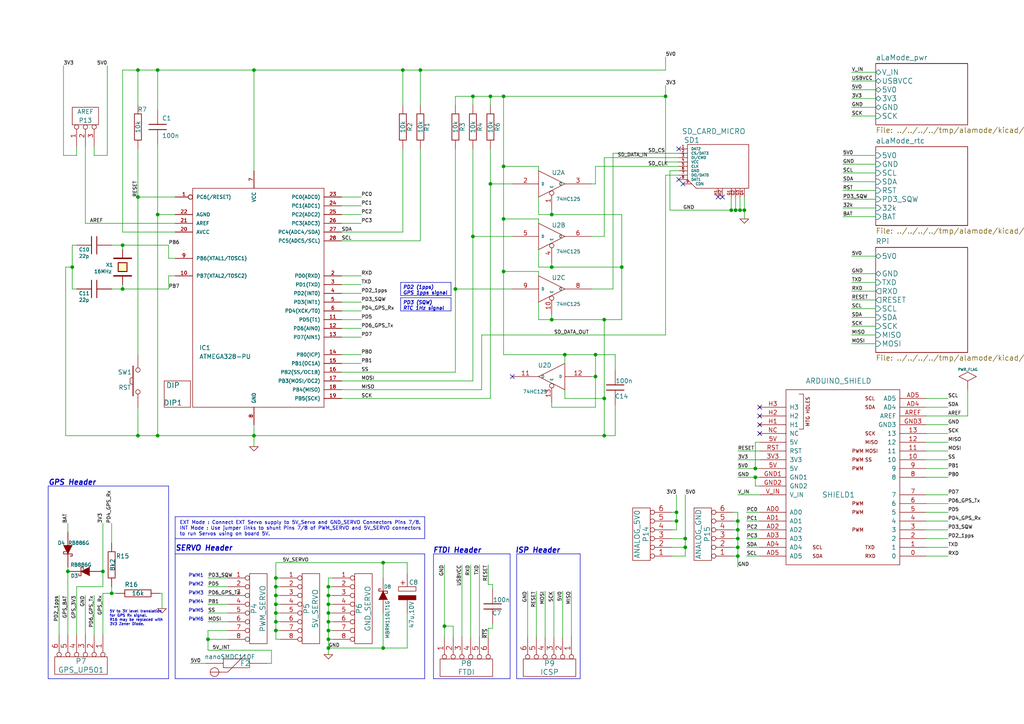
<source format=kicad_sch>
(kicad_sch (version 20230121) (generator eeschema)
  (paper "A4")
  (title_block (title "aLaMode_v3") (date "2015-07-27") (rev "3") (company "WyoLum :: http://wyolum.com/projects/alamode/"))
  (junction (at 80.01 170.18))
  (junction (at 121.92 20.32))
  (junction (at 20.955 77.47))
  (junction (at 45.72 126.365))
  (junction (at 180.34 77.47))
  (junction (at 80.01 175.26))
  (junction (at 116.84 20.32))
  (junction (at 213.995 156.21))
  (junction (at 95.25 180.34))
  (junction (at 219.075 135.89))
  (junction (at 198.755 158.75))
  (junction (at 172.72 109.22))
  (junction (at 160.02 77.47))
  (junction (at 35.56 83.82))
  (junction (at 35.56 71.12))
  (junction (at 198.755 156.21))
  (junction (at 40.005 126.365))
  (junction (at 213.995 158.75))
  (junction (at 213.995 153.67))
  (junction (at 95.25 187.96))
  (junction (at 163.83 102.87))
  (junction (at 95.25 170.18))
  (junction (at 213.36 60.96))
  (junction (at 73.66 126.365))
  (junction (at 146.05 78.74))
  (junction (at 142.24 53.34))
  (junction (at 128.905 181.61))
  (junction (at 212.09 60.96))
  (junction (at 80.01 180.34))
  (junction (at 45.72 62.23))
  (junction (at 213.995 161.29))
  (junction (at 214.63 60.96))
  (junction (at 60.325 185.42))
  (junction (at 146.05 48.26))
  (junction (at 95.25 172.72))
  (junction (at 172.72 102.87))
  (junction (at 19.685 165.735))
  (junction (at 142.24 27.94))
  (junction (at 29.845 165.735))
  (junction (at 213.995 151.13))
  (junction (at 219.075 138.43))
  (junction (at 80.01 167.64))
  (junction (at 40.005 57.15))
  (junction (at 175.26 115.57))
  (junction (at 193.04 27.94))
  (junction (at 160.02 62.23))
  (junction (at 196.215 148.59))
  (junction (at 73.66 20.32))
  (junction (at 80.01 177.8))
  (junction (at 45.72 20.32))
  (junction (at 175.26 92.71))
  (junction (at 215.9 60.96))
  (junction (at 137.16 27.94))
  (junction (at 40.005 20.32))
  (junction (at 111.125 187.96))
  (junction (at 95.25 175.26))
  (junction (at 95.25 182.88))
  (junction (at 95.25 177.8))
  (junction (at 196.215 151.13))
  (junction (at 137.16 68.58))
  (junction (at 160.02 92.71))
  (junction (at 132.08 83.82))
  (junction (at 80.01 182.88))
  (junction (at 175.26 126.365))
  (junction (at 111.125 163.195))
  (junction (at 146.05 63.5))
  (junction (at 32.385 172.085))
  (junction (at 146.05 27.94))
  (junction (at 95.25 185.42))
  (junction (at 80.01 172.72))
  (no_connect (at 220.345 120.65))
  (no_connect (at 220.345 123.19))
  (no_connect (at 220.345 125.73))
  (no_connect (at 209.55 57.15))
  (no_connect (at 148.59 109.22))
  (no_connect (at 196.85 52.07))
  (no_connect (at 208.28 57.15))
  (no_connect (at 196.85 43.18))
  (no_connect (at 198.12 53.34))
  (no_connect (at 220.345 118.11))
  (wire (pts (xy 268.605 161.29) (xy 274.955 161.29)))
  (wire (pts (xy 116.84 67.31) (xy 116.84 43.18)))
  (wire (pts (xy 196.85 49.53) (xy 194.31 49.53)))
  (wire (pts (xy 177.8 44.45) (xy 177.8 83.82)))
  (wire (pts (xy 59.69 192.405) (xy 55.245 192.405)))
  (wire (pts (xy 50.8 57.15) (xy 40.005 57.15)))
  (polyline (pts (xy 48.895 140.97) (xy 48.895 196.85)))
  (wire (pts (xy 27.305 184.15) (xy 27.305 172.72)))
  (wire (pts (xy 29.845 165.735) (xy 29.845 170.18)))
  (wire (pts (xy 20.955 71.12) (xy 22.225 71.12)))
  (wire (pts (xy 66.04 170.18) (xy 60.325 170.18)))
  (wire (pts (xy 219.075 135.89) (xy 220.345 135.89)))
  (wire (pts (xy 118.11 187.96) (xy 118.11 177.8)))
  (wire (pts (xy 215.9 60.96) (xy 215.9 63.5)))
  (wire (pts (xy 180.34 77.47) (xy 180.34 62.23)))
  (wire (pts (xy 268.605 148.59) (xy 274.955 148.59)))
  (wire (pts (xy 142.875 180.975) (xy 142.875 182.245)))
  (wire (pts (xy 244.475 52.705) (xy 254 52.705)))
  (wire (pts (xy 111.125 163.195) (xy 118.11 163.195)))
  (wire (pts (xy 158.115 184.785) (xy 158.115 171.45)))
  (wire (pts (xy 118.11 163.195) (xy 118.11 166.37)))
  (wire (pts (xy 220.345 156.21) (xy 216.535 156.21)))
  (wire (pts (xy 48.895 80.01) (xy 50.8 80.01)))
  (wire (pts (xy 35.56 83.82) (xy 48.895 83.82)))
  (wire (pts (xy 40.005 126.365) (xy 40.005 118.11)))
  (polyline (pts (xy 147.955 196.85) (xy 125.73 196.85)))
  (polyline (pts (xy 116.205 81.915) (xy 130.81 81.915)))
  (wire (pts (xy 180.34 62.23) (xy 160.02 62.23)))
  (wire (pts (xy 146.05 48.26) (xy 156.21 48.26)))
  (polyline (pts (xy 116.205 85.725) (xy 116.205 81.915)))
  (wire (pts (xy 99.06 57.15) (xy 104.775 57.15)))
  (wire (pts (xy 99.06 62.23) (xy 104.775 62.23)))
  (wire (pts (xy 32.385 172.085) (xy 33.655 172.085)))
  (wire (pts (xy 247.015 99.695) (xy 254 99.695)))
  (wire (pts (xy 196.215 151.13) (xy 196.215 153.67)))
  (wire (pts (xy 193.04 46.99) (xy 196.85 46.99)))
  (wire (pts (xy 165.735 184.785) (xy 165.735 171.45)))
  (wire (pts (xy 213.995 148.59) (xy 212.725 148.59)))
  (wire (pts (xy 196.215 151.13) (xy 194.945 151.13)))
  (wire (pts (xy 156.21 80.01) (xy 156.21 78.74)))
  (wire (pts (xy 95.25 177.8) (xy 95.25 180.34)))
  (wire (pts (xy 280.67 113.03) (xy 280.67 120.65)))
  (wire (pts (xy 95.25 170.18) (xy 95.25 172.72)))
  (wire (pts (xy 194.31 49.53) (xy 194.31 60.96)))
  (wire (pts (xy 146.05 27.94) (xy 146.05 48.26)))
  (wire (pts (xy 146.05 63.5) (xy 146.05 78.74)))
  (wire (pts (xy 268.605 138.43) (xy 274.955 138.43)))
  (wire (pts (xy 139.7 113.03) (xy 99.06 113.03)))
  (wire (pts (xy 99.06 82.55) (xy 104.775 82.55)))
  (wire (pts (xy 160.02 76.2) (xy 160.02 77.47)))
  (wire (pts (xy 268.605 151.13) (xy 274.955 151.13)))
  (polyline (pts (xy 116.205 90.17) (xy 130.81 90.17)))
  (wire (pts (xy 40.005 30.48) (xy 40.005 20.32)))
  (wire (pts (xy 155.575 184.785) (xy 155.575 171.45)))
  (wire (pts (xy 156.21 63.5) (xy 146.05 63.5)))
  (wire (pts (xy 142.24 115.57) (xy 99.06 115.57)))
  (wire (pts (xy 163.83 115.57) (xy 175.26 115.57)))
  (wire (pts (xy 247.015 92.075) (xy 254 92.075)))
  (wire (pts (xy 50.8 67.31) (xy 35.56 67.31)))
  (wire (pts (xy 247.015 81.915) (xy 254 81.915)))
  (wire (pts (xy 132.08 27.94) (xy 137.16 27.94)))
  (wire (pts (xy 156.21 92.71) (xy 160.02 92.71)))
  (wire (pts (xy 116.84 20.32) (xy 116.84 30.48)))
  (wire (pts (xy 18.415 19.05) (xy 18.415 45.085)))
  (wire (pts (xy 280.67 120.65) (xy 268.605 120.65)))
  (wire (pts (xy 172.72 53.34) (xy 171.45 53.34)))
  (wire (pts (xy 80.01 163.195) (xy 111.125 163.195)))
  (wire (pts (xy 66.04 167.64) (xy 60.325 167.64)))
  (wire (pts (xy 247.015 74.295) (xy 254 74.295)))
  (wire (pts (xy 247.015 79.375) (xy 254 79.375)))
  (wire (pts (xy 32.385 83.82) (xy 35.56 83.82)))
  (polyline (pts (xy 147.955 160.655) (xy 147.955 196.85)))
  (wire (pts (xy 172.72 48.26) (xy 172.72 53.34)))
  (wire (pts (xy 247.015 94.615) (xy 254 94.615)))
  (wire (pts (xy 35.56 71.12) (xy 48.895 71.12)))
  (wire (pts (xy 141.605 169.545) (xy 142.875 169.545)))
  (wire (pts (xy 212.09 60.96) (xy 213.36 60.96)))
  (wire (pts (xy 160.02 118.11) (xy 172.72 118.11)))
  (wire (pts (xy 99.06 69.85) (xy 121.92 69.85)))
  (wire (pts (xy 66.04 180.34) (xy 60.325 180.34)))
  (wire (pts (xy 80.01 170.18) (xy 81.28 170.18)))
  (polyline (pts (xy 50.8 156.21) (xy 123.19 156.21)))
  (wire (pts (xy 268.605 130.81) (xy 274.955 130.81)))
  (wire (pts (xy 213.36 60.96) (xy 214.63 60.96)))
  (wire (pts (xy 27.305 42.545) (xy 27.305 45.085)))
  (wire (pts (xy 268.605 118.11) (xy 274.955 118.11)))
  (wire (pts (xy 215.9 57.15) (xy 215.9 60.96)))
  (wire (pts (xy 80.01 185.42) (xy 81.28 185.42)))
  (wire (pts (xy 171.45 109.22) (xy 172.72 109.22)))
  (polyline (pts (xy 123.19 160.655) (xy 123.19 196.85)))
  (wire (pts (xy 148.59 53.34) (xy 142.24 53.34)))
  (wire (pts (xy 137.16 43.18) (xy 137.16 68.58)))
  (wire (pts (xy 194.945 148.59) (xy 196.215 148.59)))
  (wire (pts (xy 196.215 143.51) (xy 196.215 148.59)))
  (wire (pts (xy 141.605 163.83) (xy 141.605 169.545)))
  (wire (pts (xy 24.765 42.545) (xy 24.765 64.77)))
  (wire (pts (xy 156.21 87.63) (xy 156.21 92.71)))
  (wire (pts (xy 268.605 146.05) (xy 274.955 146.05)))
  (wire (pts (xy 19.685 154.305) (xy 19.685 151.765)))
  (wire (pts (xy 131.445 181.61) (xy 128.905 181.61)))
  (wire (pts (xy 213.995 153.67) (xy 212.725 153.67)))
  (wire (pts (xy 213.995 148.59) (xy 213.995 151.13)))
  (wire (pts (xy 193.04 97.155) (xy 193.04 50.8)))
  (wire (pts (xy 19.685 165.735) (xy 19.685 184.15)))
  (wire (pts (xy 163.83 102.87) (xy 172.72 102.87)))
  (wire (pts (xy 95.25 167.64) (xy 95.25 170.18)))
  (wire (pts (xy 220.345 161.29) (xy 216.535 161.29)))
  (wire (pts (xy 99.06 97.79) (xy 104.775 97.79)))
  (wire (pts (xy 219.075 135.89) (xy 219.075 128.27)))
  (wire (pts (xy 99.06 105.41) (xy 104.775 105.41)))
  (wire (pts (xy 66.04 175.26) (xy 60.325 175.26)))
  (wire (pts (xy 111.125 167.64) (xy 111.125 163.195)))
  (wire (pts (xy 146.05 102.87) (xy 163.83 102.87)))
  (wire (pts (xy 193.04 50.8) (xy 196.85 50.8)))
  (wire (pts (xy 46.355 172.085) (xy 46.99 172.085)))
  (wire (pts (xy 137.16 27.94) (xy 142.24 27.94)))
  (wire (pts (xy 137.16 30.48) (xy 137.16 27.94)))
  (wire (pts (xy 80.01 182.88) (xy 80.01 185.42)))
  (wire (pts (xy 95.25 182.88) (xy 95.25 185.42)))
  (wire (pts (xy 141.605 182.245) (xy 141.605 184.785)))
  (wire (pts (xy 80.01 182.88) (xy 81.28 182.88)))
  (wire (pts (xy 212.725 151.13) (xy 213.995 151.13)))
  (wire (pts (xy 60.325 185.42) (xy 66.04 185.42)))
  (wire (pts (xy 95.25 177.8) (xy 96.52 177.8)))
  (wire (pts (xy 213.995 161.29) (xy 213.995 164.465)))
  (wire (pts (xy 175.26 92.71) (xy 175.26 115.57)))
  (wire (pts (xy 99.06 90.17) (xy 104.775 90.17)))
  (wire (pts (xy 247.015 86.995) (xy 254 86.995)))
  (wire (pts (xy 247.015 89.535) (xy 254 89.535)))
  (wire (pts (xy 73.66 20.32) (xy 73.66 49.53)))
  (wire (pts (xy 214.63 60.96) (xy 215.9 60.96)))
  (wire (pts (xy 146.05 78.74) (xy 146.05 102.87)))
  (wire (pts (xy 35.56 82.55) (xy 35.56 83.82)))
  (polyline (pts (xy 50.8 196.85) (xy 123.19 196.85)))
  (wire (pts (xy 175.26 126.365) (xy 178.435 126.365)))
  (wire (pts (xy 60.325 188.595) (xy 78.74 188.595)))
  (polyline (pts (xy 123.19 156.21) (xy 123.19 149.86)))
  (wire (pts (xy 45.72 126.365) (xy 45.72 62.23)))
  (wire (pts (xy 136.525 184.785) (xy 136.525 163.83)))
  (wire (pts (xy 244.475 45.085) (xy 254 45.085)))
  (wire (pts (xy 80.01 177.8) (xy 81.28 177.8)))
  (wire (pts (xy 244.475 50.165) (xy 254 50.165)))
  (wire (pts (xy 156.21 64.77) (xy 156.21 63.5)))
  (wire (pts (xy 19.05 77.47) (xy 19.05 126.365)))
  (wire (pts (xy 80.01 170.18) (xy 80.01 172.72)))
  (wire (pts (xy 212.725 161.29) (xy 213.995 161.29)))
  (wire (pts (xy 244.475 55.245) (xy 254 55.245)))
  (polyline (pts (xy 123.19 149.86) (xy 50.8 149.86)))
  (wire (pts (xy 196.215 153.67) (xy 194.945 153.67)))
  (wire (pts (xy 45.72 20.32) (xy 45.72 31.75)))
  (wire (pts (xy 99.06 102.87) (xy 104.775 102.87)))
  (wire (pts (xy 17.145 184.15) (xy 17.145 172.72)))
  (wire (pts (xy 80.01 175.26) (xy 80.01 177.8)))
  (wire (pts (xy 35.56 67.31) (xy 35.56 20.32)))
  (polyline (pts (xy 13.97 140.97) (xy 13.97 196.85)))
  (polyline (pts (xy 149.86 196.85) (xy 149.86 160.655)))
  (wire (pts (xy 175.26 115.57) (xy 175.26 126.365)))
  (wire (pts (xy 247.015 26.035) (xy 254 26.035)))
  (wire (pts (xy 177.8 83.82) (xy 171.45 83.82)))
  (wire (pts (xy 50.8 74.93) (xy 48.895 74.93)))
  (wire (pts (xy 194.945 156.21) (xy 198.755 156.21)))
  (wire (pts (xy 22.225 170.18) (xy 22.225 184.15)))
  (wire (pts (xy 20.955 71.12) (xy 20.955 77.47)))
  (wire (pts (xy 95.25 185.42) (xy 96.52 185.42)))
  (wire (pts (xy 80.01 180.34) (xy 80.01 182.88)))
  (wire (pts (xy 194.945 158.75) (xy 198.755 158.75)))
  (wire (pts (xy 244.475 47.625) (xy 254 47.625)))
  (wire (pts (xy 73.66 20.32) (xy 116.84 20.32)))
  (wire (pts (xy 29.845 172.085) (xy 29.845 184.15)))
  (wire (pts (xy 121.92 20.32) (xy 121.92 30.48)))
  (wire (pts (xy 80.01 172.72) (xy 80.01 175.26)))
  (wire (pts (xy 198.755 161.29) (xy 194.945 161.29)))
  (wire (pts (xy 172.72 102.87) (xy 172.72 109.22)))
  (wire (pts (xy 160.655 184.785) (xy 160.655 171.45)))
  (wire (pts (xy 80.01 163.195) (xy 80.01 167.64)))
  (wire (pts (xy 247.015 28.575) (xy 254 28.575)))
  (wire (pts (xy 121.92 20.32) (xy 193.04 20.32)))
  (wire (pts (xy 175.26 92.71) (xy 180.34 92.71)))
  (wire (pts (xy 73.66 123.19) (xy 73.66 126.365)))
  (wire (pts (xy 81.28 167.64) (xy 80.01 167.64)))
  (wire (pts (xy 66.04 182.88) (xy 60.325 182.88)))
  (wire (pts (xy 104.775 64.77) (xy 99.06 64.77)))
  (wire (pts (xy 22.225 45.085) (xy 22.225 42.545)))
  (wire (pts (xy 196.85 44.45) (xy 177.8 44.45)))
  (polyline (pts (xy 125.73 160.655) (xy 147.955 160.655)))
  (wire (pts (xy 142.24 27.94) (xy 146.05 27.94)))
  (wire (pts (xy 95.25 182.88) (xy 96.52 182.88)))
  (wire (pts (xy 247.015 20.955) (xy 254 20.955)))
  (wire (pts (xy 32.385 71.12) (xy 35.56 71.12)))
  (wire (pts (xy 80.01 172.72) (xy 81.28 172.72)))
  (wire (pts (xy 142.875 169.545) (xy 142.875 170.815)))
  (wire (pts (xy 193.04 20.32) (xy 193.04 16.51)))
  (wire (pts (xy 220.345 151.13) (xy 216.535 151.13)))
  (wire (pts (xy 137.16 110.49) (xy 99.06 110.49)))
  (wire (pts (xy 160.02 62.23) (xy 156.21 62.23)))
  (wire (pts (xy 213.995 153.67) (xy 213.995 156.21)))
  (wire (pts (xy 160.02 60.96) (xy 160.02 62.23)))
  (wire (pts (xy 96.52 170.18) (xy 95.25 170.18)))
  (wire (pts (xy 212.09 57.15) (xy 212.09 60.96)))
  (wire (pts (xy 247.015 23.495) (xy 254 23.495)))
  (wire (pts (xy 132.08 107.95) (xy 99.06 107.95)))
  (polyline (pts (xy 116.205 86.36) (xy 116.205 90.17)))
  (wire (pts (xy 80.01 180.34) (xy 81.28 180.34)))
  (wire (pts (xy 40.005 43.18) (xy 40.005 57.15)))
  (wire (pts (xy 95.25 187.96) (xy 95.25 189.865)))
  (wire (pts (xy 213.995 151.13) (xy 213.995 153.67)))
  (wire (pts (xy 146.05 27.94) (xy 193.04 27.94)))
  (wire (pts (xy 268.605 123.19) (xy 274.955 123.19)))
  (wire (pts (xy 78.74 192.405) (xy 77.47 192.405)))
  (wire (pts (xy 35.56 72.39) (xy 35.56 71.12)))
  (wire (pts (xy 247.015 84.455) (xy 254 84.455)))
  (wire (pts (xy 213.36 60.96) (xy 213.36 57.15)))
  (wire (pts (xy 99.06 59.69) (xy 104.775 59.69)))
  (wire (pts (xy 35.56 20.32) (xy 40.005 20.32)))
  (wire (pts (xy 160.02 92.71) (xy 175.26 92.71)))
  (wire (pts (xy 163.83 105.41) (xy 163.83 102.87)))
  (wire (pts (xy 95.25 185.42) (xy 95.25 187.96)))
  (wire (pts (xy 78.74 188.595) (xy 78.74 192.405)))
  (wire (pts (xy 160.02 77.47) (xy 180.34 77.47)))
  (polyline (pts (xy 130.81 90.17) (xy 130.81 86.36)))
  (wire (pts (xy 116.84 20.32) (xy 121.92 20.32)))
  (wire (pts (xy 247.015 33.655) (xy 254 33.655)))
  (wire (pts (xy 95.25 175.26) (xy 95.25 177.8)))
  (wire (pts (xy 66.04 177.8) (xy 60.325 177.8)))
  (wire (pts (xy 244.475 60.325) (xy 254 60.325)))
  (wire (pts (xy 133.985 184.785) (xy 133.985 163.83)))
  (polyline (pts (xy 149.86 196.85) (xy 168.275 196.85)))
  (wire (pts (xy 45.72 126.365) (xy 73.66 126.365)))
  (wire (pts (xy 163.195 184.785) (xy 163.195 171.45)))
  (wire (pts (xy 153.035 171.45) (xy 153.035 184.785)))
  (wire (pts (xy 220.345 143.51) (xy 213.995 143.51)))
  (wire (pts (xy 160.02 116.84) (xy 160.02 118.11)))
  (wire (pts (xy 180.34 92.71) (xy 180.34 77.47)))
  (wire (pts (xy 175.26 45.72) (xy 196.85 45.72)))
  (wire (pts (xy 99.06 85.09) (xy 104.775 85.09)))
  (polyline (pts (xy 130.81 85.725) (xy 116.205 85.725)))
  (wire (pts (xy 268.605 158.75) (xy 274.955 158.75)))
  (wire (pts (xy 139.7 113.03) (xy 139.7 97.155)))
  (wire (pts (xy 193.04 24.765) (xy 193.04 27.94)))
  (wire (pts (xy 111.125 177.8) (xy 111.125 187.96)))
  (wire (pts (xy 19.05 126.365) (xy 40.005 126.365)))
  (wire (pts (xy 193.04 27.94) (xy 193.04 46.99)))
  (wire (pts (xy 198.755 143.51) (xy 198.755 156.21)))
  (wire (pts (xy 40.005 20.32) (xy 45.72 20.32)))
  (wire (pts (xy 244.475 57.785) (xy 254 57.785)))
  (wire (pts (xy 219.075 128.27) (xy 220.345 128.27)))
  (wire (pts (xy 268.605 125.73) (xy 274.955 125.73)))
  (wire (pts (xy 139.065 184.785) (xy 139.065 163.83)))
  (polyline (pts (xy 13.97 140.97) (xy 48.895 140.97)))
  (wire (pts (xy 214.63 60.96) (xy 214.63 57.15)))
  (wire (pts (xy 99.06 87.63) (xy 104.775 87.63)))
  (wire (pts (xy 99.06 80.01) (xy 104.775 80.01)))
  (wire (pts (xy 50.8 62.23) (xy 45.72 62.23)))
  (wire (pts (xy 247.015 97.155) (xy 254 97.155)))
  (wire (pts (xy 146.05 48.26) (xy 146.05 63.5)))
  (wire (pts (xy 31.115 45.085) (xy 31.115 19.05)))
  (wire (pts (xy 175.26 68.58) (xy 175.26 45.72)))
  (wire (pts (xy 111.125 187.96) (xy 118.11 187.96)))
  (wire (pts (xy 172.72 102.87) (xy 178.435 102.87)))
  (wire (pts (xy 121.92 69.85) (xy 121.92 43.18)))
  (wire (pts (xy 219.075 138.43) (xy 219.075 140.97)))
  (wire (pts (xy 148.59 83.82) (xy 132.08 83.82)))
  (wire (pts (xy 156.21 77.47) (xy 160.02 77.47)))
  (wire (pts (xy 20.955 83.82) (xy 22.225 83.82)))
  (wire (pts (xy 48.895 74.93) (xy 48.895 71.12)))
  (wire (pts (xy 219.075 140.97) (xy 220.345 140.97)))
  (wire (pts (xy 156.21 72.39) (xy 156.21 77.47)))
  (wire (pts (xy 268.605 133.35) (xy 274.955 133.35)))
  (wire (pts (xy 244.475 62.865) (xy 254 62.865)))
  (wire (pts (xy 178.435 126.365) (xy 178.435 117.475)))
  (wire (pts (xy 95.25 172.72) (xy 95.25 175.26)))
  (wire (pts (xy 172.72 109.22) (xy 172.72 118.11)))
  (wire (pts (xy 268.605 128.27) (xy 274.955 128.27)))
  (wire (pts (xy 142.24 27.94) (xy 142.24 30.48)))
  (wire (pts (xy 45.72 20.32) (xy 73.66 20.32)))
  (wire (pts (xy 99.06 95.25) (xy 104.775 95.25)))
  (polyline (pts (xy 50.8 160.655) (xy 123.19 160.655)))
  (wire (pts (xy 27.305 45.085) (xy 31.115 45.085)))
  (wire (pts (xy 213.995 135.89) (xy 219.075 135.89)))
  (wire (pts (xy 29.845 151.765) (xy 29.845 165.735)))
  (wire (pts (xy 220.345 153.67) (xy 216.535 153.67)))
  (wire (pts (xy 156.21 78.74) (xy 146.05 78.74)))
  (wire (pts (xy 95.25 187.96) (xy 111.125 187.96)))
  (wire (pts (xy 32.385 170.18) (xy 32.385 172.085)))
  (wire (pts (xy 132.08 83.82) (xy 132.08 107.95)))
  (wire (pts (xy 80.01 177.8) (xy 80.01 180.34)))
  (wire (pts (xy 95.25 180.34) (xy 96.52 180.34)))
  (wire (pts (xy 196.85 48.26) (xy 172.72 48.26)))
  (polyline (pts (xy 48.895 196.85) (xy 13.97 196.85)))
  (wire (pts (xy 95.25 175.26) (xy 96.52 175.26)))
  (wire (pts (xy 213.995 156.21) (xy 213.995 158.75)))
  (wire (pts (xy 18.415 45.085) (xy 22.225 45.085)))
  (polyline (pts (xy 116.205 86.36) (xy 130.81 86.36)))
  (wire (pts (xy 95.25 167.64) (xy 96.52 167.64)))
  (wire (pts (xy 24.765 184.15) (xy 24.765 172.72)))
  (wire (pts (xy 220.345 130.81) (xy 213.995 130.81)))
  (wire (pts (xy 60.325 182.88) (xy 60.325 185.42)))
  (wire (pts (xy 128.905 181.61) (xy 128.905 184.785)))
  (wire (pts (xy 80.01 175.26) (xy 81.28 175.26)))
  (wire (pts (xy 99.06 67.31) (xy 116.84 67.31)))
  (wire (pts (xy 131.445 184.785) (xy 131.445 181.61)))
  (wire (pts (xy 99.06 92.71) (xy 104.775 92.71)))
  (wire (pts (xy 212.725 156.21) (xy 213.995 156.21)))
  (wire (pts (xy 46.99 172.085) (xy 46.99 176.53)))
  (wire (pts (xy 160.02 92.71) (xy 160.02 91.44)))
  (wire (pts (xy 24.765 64.77) (xy 50.8 64.77)))
  (polyline (pts (xy 168.275 196.85) (xy 168.275 160.655)))
  (wire (pts (xy 220.345 148.59) (xy 216.535 148.59)))
  (wire (pts (xy 213.995 138.43) (xy 219.075 138.43)))
  (wire (pts (xy 175.26 68.58) (xy 171.45 68.58)))
  (wire (pts (xy 268.605 153.67) (xy 274.955 153.67)))
  (wire (pts (xy 45.72 62.23) (xy 45.72 41.91)))
  (wire (pts (xy 139.7 97.155) (xy 193.04 97.155)))
  (wire (pts (xy 137.16 68.58) (xy 137.16 110.49)))
  (wire (pts (xy 29.845 172.085) (xy 32.385 172.085)))
  (wire (pts (xy 163.83 113.03) (xy 163.83 115.57)))
  (wire (pts (xy 20.955 77.47) (xy 19.05 77.47)))
  (wire (pts (xy 73.66 126.365) (xy 175.26 126.365)))
  (polyline (pts (xy 130.81 85.725) (xy 130.81 81.915)))
  (wire (pts (xy 20.955 77.47) (xy 20.955 83.82)))
  (wire (pts (xy 66.04 172.72) (xy 60.325 172.72)))
  (wire (pts (xy 268.605 143.51) (xy 274.955 143.51)))
  (wire (pts (xy 220.345 158.75) (xy 216.535 158.75)))
  (wire (pts (xy 247.015 31.115) (xy 254 31.115)))
  (wire (pts (xy 73.66 126.365) (xy 73.66 129.54)))
  (wire (pts (xy 142.875 182.245) (xy 141.605 182.245)))
  (wire (pts (xy 128.905 163.83) (xy 128.905 181.61)))
  (wire (pts (xy 132.08 30.48) (xy 132.08 27.94)))
  (wire (pts (xy 268.605 156.21) (xy 274.955 156.21)))
  (wire (pts (xy 198.755 158.75) (xy 198.755 161.29)))
  (wire (pts (xy 196.215 148.59) (xy 196.215 151.13)))
  (wire (pts (xy 156.21 62.23) (xy 156.21 57.15)))
  (polyline (pts (xy 168.275 160.655) (xy 149.86 160.655)))
  (wire (pts (xy 219.075 138.43) (xy 220.345 138.43)))
  (wire (pts (xy 29.845 170.18) (xy 22.225 170.18)))
  (polyline (pts (xy 125.73 196.85) (xy 125.73 160.655)))
  (wire (pts (xy 132.08 43.18) (xy 132.08 83.82)))
  (wire (pts (xy 40.005 57.15) (xy 40.005 102.87)))
  (wire (pts (xy 142.24 43.18) (xy 142.24 53.34)))
  (wire (pts (xy 194.31 60.96) (xy 212.09 60.96)))
  (wire (pts (xy 156.21 48.26) (xy 156.21 49.53)))
  (wire (pts (xy 60.325 185.42) (xy 60.325 188.595)))
  (wire (pts (xy 220.345 133.35) (xy 213.995 133.35)))
  (wire (pts (xy 213.995 158.75) (xy 212.725 158.75)))
  (wire (pts (xy 142.24 53.34) (xy 142.24 115.57)))
  (wire (pts (xy 40.005 126.365) (xy 45.72 126.365)))
  (wire (pts (xy 213.995 158.75) (xy 213.995 161.29)))
  (polyline (pts (xy 50.8 149.86) (xy 50.8 196.85)))
  (wire (pts (xy 19.685 164.465) (xy 19.685 165.735)))
  (wire (pts (xy 268.605 135.89) (xy 274.955 135.89)))
  (wire (pts (xy 178.435 102.87) (xy 178.435 107.315)))
  (wire (pts (xy 32.385 157.48) (xy 32.385 151.765)))
  (wire (pts (xy 268.605 115.57) (xy 274.955 115.57)))
  (wire (pts (xy 198.755 156.21) (xy 198.755 158.75)))
  (wire (pts (xy 95.25 180.34) (xy 95.25 182.88)))
  (wire (pts (xy 48.895 83.82) (xy 48.895 80.01)))
  (wire (pts (xy 148.59 68.58) (xy 137.16 68.58)))
  (wire (pts (xy 80.01 167.64) (xy 80.01 170.18)))
  (wire (pts (xy 95.25 172.72) (xy 96.52 172.72)))
  (text "PWM3" (at 54.61 172.72 0) (effects (font (size 1.016 1.016)) (justify left bottom)))
  (text "GPS Header" (at 13.97 140.97 0) (effects (font (size 1.524 1.524) (thickness 0.3048) bold italic) (justify left bottom)))
  (text "PWM4" (at 54.61 175.26 0) (effects (font (size 1.016 1.016)) (justify left bottom)))
  (text "PD3 (SQW)\nRTC 1Hz signal" (at 116.84 90.17 0) (effects (font (size 1.016 1.016) (thickness 0.2032) bold italic) (justify left bottom)))
  (text "ISP Header" (at 162.56 160.655 0) (effects (font (size 1.524 1.524) (thickness 0.3048) bold italic) (justify right bottom)))
  (text "PWM2" (at 54.61 170.18 0) (effects (font (size 1.016 1.016)) (justify left bottom)))
  (text "PWM5" (at 54.61 177.8 0) (effects (font (size 1.016 1.016)) (justify left bottom)))
  (text "5V to 3V level translation\nfor GPS Rx signal.\nR16 may be replaced with\n3V3 Zener Diode." (at 31.75 181.61 0) (effects (font (size 0.762 0.762)) (justify left bottom)))
  (text "SERVO Header" (at 50.8 160.02 0) (effects (font (size 1.524 1.524) (thickness 0.3048) bold italic) (justify left bottom)))
  (text "PWM1" (at 54.61 167.64 0) (effects (font (size 1.016 1.016)) (justify left bottom)))
  (text "FTDI Header" (at 139.7 160.655 0) (effects (font (size 1.524 1.524) (thickness 0.3048) bold italic) (justify right bottom)))
  (text "EXT Mode : Connect EXT Servo supply to 5V_Servo and GND_SERVO Connectors Pins 7/8.\nINT Mode : Use jumper links to shunt Pins 7/8 of PWM_SERVO and 5V_SERVO connectors\nto run Servos using on board 5V." (at 52.07 155.575 0) (effects (font (size 1.016 1.016)) (justify left bottom)))
  (text "PD2 (1pps)\nGPS 1pps signal" (at 116.84 85.725 0) (effects (font (size 1.016 1.016) (thickness 0.2032) bold italic) (justify left bottom)))
  (text "PWM6" (at 54.61 180.34 0) (effects (font (size 1.016 1.016)) (justify left bottom)))
  (label "SS" (at 274.955 133.35 0) (effects (font (size 1.016 1.016))))
  (label "PD7" (at 274.955 143.51 0) (effects (font (size 1.016 1.016))))
  (label "RXD" (at 104.775 80.01 0) (effects (font (size 1.016 1.016))))
  (label "RXD" (at 247.015 84.455 0) (effects (font (size 1.016 1.016))))
  (label "SCK" (at 247.015 94.615 0) (effects (font (size 1.016 1.016))))
  (label "GND" (at 274.955 123.19 0) (effects (font (size 1.016 1.016))))
  (label "5V0" (at 163.195 171.45 270) (effects (font (size 1.016 1.016))))
  (label "RESET" (at 155.575 171.45 270) (effects (font (size 1.016 1.016))))
  (label "SS" (at 104.775 107.95 0) (effects (font (size 1.016 1.016))))
  (label "PD6_GPS_Tx" (at 27.305 172.72 270) (effects (font (size 1.016 1.016))))
  (label "PD3_SQW" (at 104.775 87.63 0) (effects (font (size 1.016 1.016))))
  (label "5V0" (at 198.755 143.51 0) (effects (font (size 1.016 1.016))))
  (label "5V0" (at 244.475 45.085 0) (effects (font (size 1.016 1.016))))
  (label "MISO" (at 274.955 128.27 0) (effects (font (size 1.016 1.016))))
  (label "5V0" (at 247.015 74.295 0) (effects (font (size 1.016 1.016))))
  (label "BAT" (at 244.475 62.865 0) (effects (font (size 1.016 1.016))))
  (label "MISO" (at 247.015 97.155 0) (effects (font (size 1.016 1.016))))
  (label "GND" (at 213.995 138.43 0) (effects (font (size 1.016 1.016))))
  (label "SCL" (at 216.535 161.29 0) (effects (font (size 1.016 1.016))))
  (label "GPS_BAT" (at 19.685 172.72 270) (effects (font (size 1.016 1.016))))
  (label "PC1" (at 104.775 59.69 0) (effects (font (size 1.016 1.016))))
  (label "MOSI" (at 274.955 130.81 0) (effects (font (size 1.016 1.016))))
  (label "SCL" (at 247.015 89.535 0) (effects (font (size 1.016 1.016))))
  (label "PD4_GPS_Rx" (at 274.955 151.13 0) (effects (font (size 1.016 1.016))))
  (label "PC3" (at 104.775 64.77 0) (effects (font (size 1.016 1.016))))
  (label "GND" (at 95.25 187.96 0) (effects (font (size 1.016 1.016))))
  (label "PB1" (at 104.775 105.41 0) (effects (font (size 1.016 1.016))))
  (label "TXD" (at 274.955 158.75 0) (effects (font (size 1.016 1.016))))
  (label "SD_DATA_IN" (at 179.07 45.72 0) (effects (font (size 1.016 1.016))))
  (label "TXD" (at 139.065 163.83 270) (effects (font (size 1.016 1.016))))
  (label "GND" (at 153.035 171.45 270) (effects (font (size 1.016 1.016))))
  (label "PC0" (at 216.535 148.59 0) (effects (font (size 1.016 1.016))))
  (label "GND" (at 128.905 163.83 270) (effects (font (size 1.016 1.016))))
  (label "PD7" (at 104.775 97.79 0) (effects (font (size 1.016 1.016))))
  (label "GPS_Rx" (at 29.845 178.435 90) (effects (font (size 1.016 1.016))))
  (label "3V3" (at 213.995 133.35 0) (effects (font (size 1.016 1.016))))
  (label "GPS_3V3" (at 22.225 172.72 270) (effects (font (size 1.016 1.016))))
  (label "PB0" (at 104.775 102.87 0) (effects (font (size 1.016 1.016))))
  (label "USBVCC" (at 133.985 163.83 270) (effects (font (size 1.016 1.016))))
  (label "SDA" (at 99.06 67.31 0) (effects (font (size 1.016 1.016))))
  (label "BAT" (at 19.685 151.765 90) (effects (font (size 1.016 1.016))))
  (label "SS" (at 60.325 177.8 0) (effects (font (size 1.016 1.016))))
  (label "PD6_GPS_Tx" (at 60.325 172.72 0) (effects (font (size 1.016 1.016))))
  (label "PB1" (at 274.955 135.89 0) (effects (font (size 1.016 1.016))))
  (label "PB0" (at 274.955 138.43 0) (effects (font (size 1.016 1.016))))
  (label "3V3" (at 29.845 151.765 90) (effects (font (size 1.016 1.016))))
  (label "SCL" (at 99.06 69.85 0) (effects (font (size 1.016 1.016))))
  (label "RXD" (at 274.955 161.29 0) (effects (font (size 1.016 1.016))))
  (label "3V3" (at 196.215 143.51 180) (effects (font (size 1.016 1.016))))
  (label "RST" (at 244.475 55.245 0) (effects (font (size 1.016 1.016))))
  (label "3V3" (at 193.04 24.765 0) (effects (font (size 1.016 1.016))))
  (label "V_IN" (at 247.015 20.955 0) (effects (font (size 1.016 1.016))))
  (label "PD6_GPS_Tx" (at 274.955 146.05 0) (effects (font (size 1.016 1.016))))
  (label "3V3" (at 247.015 28.575 0) (effects (font (size 1.016 1.016))))
  (label "SCK" (at 104.775 115.57 0) (effects (font (size 1.016 1.016))))
  (label "MISO" (at 165.735 171.45 270) (effects (font (size 1.016 1.016))))
  (label "PD2_1pps" (at 104.775 85.09 0) (effects (font (size 1.016 1.016))))
  (label "PD4_GPS_Rx" (at 32.385 151.765 90) (effects (font (size 1.016 1.016))))
  (label "PD3_SQW" (at 244.475 57.785 0) (effects (font (size 1.016 1.016))))
  (label "PD3_SQW" (at 274.955 153.67 0) (effects (font (size 1.016 1.016))))
  (label "5V0" (at 55.245 192.405 0) (effects (font (size 1.016 1.016))))
  (label "SD_DATA_OUT" (at 160.655 97.155 0) (effects (font (size 1.016 1.016))))
  (label "GND" (at 198.12 60.96 0) (effects (font (size 1.016 1.016))))
  (label "SCK" (at 274.955 125.73 0) (effects (font (size 1.016 1.016))))
  (label "PB7" (at 48.895 83.82 0) (effects (font (size 1.016 1.016))))
  (label "RESET" (at 40.005 57.15 90) (effects (font (size 1.016 1.016))))
  (label "SCL" (at 274.955 115.57 0) (effects (font (size 1.016 1.016))))
  (label "GND" (at 247.015 31.115 0) (effects (font (size 1.016 1.016))))
  (label "5V0" (at 213.995 135.89 0) (effects (font (size 1.016 1.016))))
  (label "PB1" (at 60.325 175.26 0) (effects (font (size 1.016 1.016))))
  (label "PD5" (at 104.775 92.71 0) (effects (font (size 1.016 1.016))))
  (label "RXD" (at 136.525 163.83 270) (effects (font (size 1.016 1.016))))
  (label "RESET" (at 247.015 86.995 0) (effects (font (size 1.016 1.016))))
  (label "MISO" (at 104.775 113.03 0) (effects (font (size 1.016 1.016))))
  (label "PD3_SQW" (at 60.325 167.64 0) (effects (font (size 1.016 1.016))))
  (label "32k" (at 244.475 60.325 0) (effects (font (size 1.016 1.016))))
  (label "5V0" (at 31.115 19.05 180) (effects (font (size 1.016 1.016))))
  (label "SDA" (at 244.475 52.705 0) (effects (font (size 1.016 1.016))))
  (label "SCK" (at 160.655 171.45 270) (effects (font (size 1.016 1.016))))
  (label "V_IN" (at 213.995 143.51 0) (effects (font (size 1.016 1.016))))
  (label "PC0" (at 104.775 57.15 0) (effects (font (size 1.016 1.016))))
  (label "GND" (at 213.995 164.465 0) (effects (font (size 1.016 1.016))))
  (label "GND" (at 247.015 79.375 0) (effects (font (size 1.016 1.016))))
  (label "5V0" (at 247.015 26.035 0) (effects (font (size 1.016 1.016))))
  (label "~{RTS}" (at 141.605 182.245 270) (effects (font (size 1.016 1.016))))
  (label "PC3" (at 216.535 156.21 0) (effects (font (size 1.016 1.016))))
  (label "TXD" (at 104.775 82.55 0) (effects (font (size 1.016 1.016))))
  (label "PD4_GPS_Rx" (at 104.775 90.17 0) (effects (font (size 1.016 1.016))))
  (label "SCK" (at 247.015 33.655 0) (effects (font (size 1.016 1.016))))
  (label "PC1" (at 216.535 151.13 0) (effects (font (size 1.016 1.016))))
  (label "PC2" (at 216.535 153.67 0) (effects (font (size 1.016 1.016))))
  (label "PD5" (at 274.955 148.59 0) (effects (font (size 1.016 1.016))))
  (label "SD_CS" (at 187.96 44.45 0) (effects (font (size 1.016 1.016))))
  (label "AREF" (at 274.955 120.65 0) (effects (font (size 1.016 1.016))))
  (label "SDA" (at 216.535 158.75 0) (effects (font (size 1.016 1.016))))
  (label "AREF" (at 26.035 64.77 0) (effects (font (size 1.016 1.016))))
  (label "GND" (at 24.765 172.72 270) (effects (font (size 1.016 1.016))))
  (label "5V_INT" (at 61.595 188.595 0) (effects (font (size 1.016 1.016))))
  (label "TXD" (at 247.015 81.915 0) (effects (font (size 1.016 1.016))))
  (label "PB6" (at 48.895 71.12 0) (effects (font (size 1.016 1.016))))
  (label "PC2" (at 104.775 62.23 0) (effects (font (size 1.016 1.016))))
  (label "MOSI" (at 60.325 180.34 0) (effects (font (size 1.016 1.016))))
  (label "SDA" (at 274.955 118.11 0) (effects (font (size 1.016 1.016))))
  (label "SD_CLK" (at 187.96 48.26 0) (effects (font (size 1.016 1.016))))
  (label "MOSI" (at 247.015 99.695 0) (effects (font (size 1.016 1.016))))
  (label "SDA" (at 247.015 92.075 0) (effects (font (size 1.016 1.016))))
  (label "MOSI" (at 104.775 110.49 0) (effects (font (size 1.016 1.016))))
  (label "GND" (at 244.475 47.625 0) (effects (font (size 1.016 1.016))))
  (label "RESET" (at 141.605 163.83 270) (effects (font (size 1.016 1.016))))
  (label "5V0" (at 193.04 16.51 0) (effects (font (size 1.016 1.016))))
  (label "PD2_1pps" (at 17.145 172.72 270) (effects (font (size 1.016 1.016))))
  (label "MOSI" (at 158.115 171.45 270) (effects (font (size 1.016 1.016))))
  (label "5V_SERVO" (at 81.915 163.195 0) (effects (font (size 1.016 1.016))))
  (label "RESET" (at 213.995 130.81 0) (effects (font (size 1.016 1.016))))
  (label "PD5" (at 60.325 170.18 0) (effects (font (size 1.016 1.016))))
  (label "PD6_GPS_Tx" (at 104.775 95.25 0) (effects (font (size 1.016 1.016))))
  (label "SCL" (at 244.475 50.165 0) (effects (font (size 1.016 1.016))))
  (label "PD2_1pps" (at 274.955 156.21 0) (effects (font (size 1.016 1.016))))
  (label "3V3" (at 18.415 19.05 0) (effects (font (size 1.016 1.016))))
  (label "USBVCC" (at 247.015 23.495 0) (effects (font (size 1.016 1.016))))
  (symbol (lib_id "aLaMode_v3-rescue:R") (at 142.24 36.83 0) (unit 1)
    (property "Reference" "R6" (at 144.272 36.83 90))
    (property "Value" "10k" (at 142.24 36.83 90))
    (property "Footprint" "alamode_fp:r_0805" (effects hide))
  )
  (symbol (lib_id "aLaMode_v3-rescue:R") (at 137.16 36.83 0) (unit 1)
    (property "Reference" "R4" (at 139.192 36.83 90))
    (property "Value" "10k" (at 137.16 36.83 90))
    (property "Footprint" "alamode_fp:r_0805" (effects hide))
  )
  (symbol (lib_id "aLaMode_v3-rescue:R") (at 132.08 36.83 0) (unit 1)
    (property "Reference" "R3" (at 134.112 36.83 90))
    (property "Value" "10k" (at 132.08 36.83 90))
    (property "Footprint" "alamode_fp:r_0805" (effects hide))
  )
  (symbol (lib_id "aLaMode_v3-rescue:C") (at 45.72 36.83 0) (unit 1)
    (property "Reference" "C1" (at 46.99 34.29 0) (effects (justify left)))
    (property "Value" "100n" (at 46.99 39.37 0) (effects (justify left)))
    (property "Footprint" "alamode_fp:c_0805" (effects hide))
  )
  (symbol (lib_id "aLaMode_v3-rescue:R") (at 40.005 36.83 0) (unit 1)
    (property "Reference" "R7" (at 41.275 31.75 0))
    (property "Value" "10k" (at 40.005 36.83 90))
    (property "Footprint" "alamode_fp:r_0805" (effects hide))
  )
  (symbol (lib_id "aLaMode_v3-rescue:SW_PUSH") (at 40.005 110.49 90) (unit 1)
    (property "Reference" "SW1" (at 36.195 107.95 90))
    (property "Value" "RST" (at 36.195 112.395 90))
    (property "Footprint" "alamode_fp:SW_SMD" (effects hide))
  )
  (symbol (lib_id "aLaMode_v3-rescue:R") (at 121.92 36.83 0) (unit 1)
    (property "Reference" "R1" (at 123.825 36.83 90))
    (property "Value" "10k" (at 121.92 36.83 90))
    (property "Footprint" "alamode_fp:r_0805" (effects hide))
  )
  (symbol (lib_id "aLaMode_v3-rescue:R") (at 116.84 36.83 0) (unit 1)
    (property "Reference" "R2" (at 118.872 36.83 90))
    (property "Value" "10k" (at 116.84 36.83 90))
    (property "Footprint" "alamode_fp:r_0805" (effects hide))
  )
  (symbol (lib_id "aLaMode_v3-rescue:GND") (at 215.9 63.5 0) (unit 1)
    (property "Reference" "#PWR04" (effects hide))
    (property "Value" "GND" (effects hide))
  )
  (symbol (lib_id "aLaMode_v3-rescue:74LS125") (at 160.02 68.58 0) (unit 2)
    (property "Reference" "U2" (at 160.02 66.04 0) (effects (justify left bottom)))
    (property "Value" "74HC125" (at 161.29 72.39 0) (effects (font (size 1.016 1.016)) (justify left top)))
    (property "Footprint" "alamode_fp:SO14E" (effects hide))
  )
  (symbol (lib_id "aLaMode_v3-rescue:74LS125") (at 160.02 83.82 0) (unit 3)
    (property "Reference" "U2" (at 160.02 81.28 0) (effects (justify left bottom)))
    (property "Value" "74HC125" (at 161.29 87.63 0) (effects (font (size 1.016 1.016)) (justify left top)))
    (property "Footprint" "alamode_fp:SO14E" (effects hide))
  )
  (symbol (lib_id "aLaMode_v3-rescue:74LS125") (at 160.02 53.34 0) (unit 1)
    (property "Reference" "U2" (at 160.02 50.8 0) (effects (justify left bottom)))
    (property "Value" "74HC125" (at 161.29 57.15 0) (effects (font (size 1.016 1.016)) (justify left top)))
    (property "Footprint" "alamode_fp:SO14E" (effects hide))
  )
  (symbol (lib_id "aLaMode_v3-rescue:74LS125") (at 160.02 109.22 0) (mirror y) (unit 4)
    (property "Reference" "U2" (at 160.02 106.68 0) (effects (justify left bottom)))
    (property "Value" "74HC125" (at 158.75 113.03 0) (effects (font (size 1.016 1.016)) (justify left top)))
    (property "Footprint" "alamode_fp:SO14E" (effects hide))
  )
  (symbol (lib_id "aLaMode_v3-rescue:SD_CARD_Micro") (at 196.85 52.07 0) (unit 1)
    (property "Reference" "SD1" (at 200.66 40.64 0) (effects (font (size 1.524 1.524))))
    (property "Value" "SD_CARD_MICRO" (at 207.01 38.1 0) (effects (font (size 1.524 1.524))))
    (property "Footprint" "alamode_fp:SD_Micro" (effects hide))
  )
  (symbol (lib_id "aLaMode_v3-rescue:C") (at 27.305 71.12 270) (unit 1)
    (property "Reference" "C10" (at 22.86 72.39 90) (effects (font (size 1.016 1.016)) (justify left)))
    (property "Value" "22p" (at 22.86 74.295 90) (effects (font (size 1.016 1.016)) (justify left)))
    (property "Footprint" "alamode_fp:c_0805" (effects hide))
  )
  (symbol (lib_id "aLaMode_v3-rescue:C") (at 27.305 83.82 270) (unit 1)
    (property "Reference" "C11" (at 22.86 85.09 90) (effects (font (size 1.016 1.016)) (justify left)))
    (property "Value" "22p" (at 22.86 86.995 90) (effects (font (size 1.016 1.016)) (justify left)))
    (property "Footprint" "alamode_fp:c_0805" (effects hide))
  )
  (symbol (lib_id "aLaMode_v3-rescue:CRYSTAL_2") (at 35.56 77.47 270) (unit 1)
    (property "Reference" "X1" (at 31.75 76.835 90) (effects (font (size 1.016 1.016))))
    (property "Value" "16MHz" (at 29.845 78.74 90) (effects (font (size 1.016 1.016))))
    (property "Footprint" "alamode_fp:Xtal_SMD2" (effects hide))
  )
  (symbol (lib_id "aLaMode_v3-rescue:CONN_6") (at 23.495 193.04 270) (unit 1)
    (property "Reference" "P7" (at 23.495 191.77 90) (effects (font (size 1.524 1.524))))
    (property "Value" "GPS_UP501" (at 23.495 194.31 90) (effects (font (size 1.524 1.524))))
    (property "Footprint" "alamode_fp:Header_GPS" (effects hide))
  )
  (symbol (lib_id "aLaMode_v3-rescue:GND") (at 73.66 129.54 0) (unit 1)
    (property "Reference" "#PWR03" (effects hide))
    (property "Value" "GND" (effects hide))
  )
  (symbol (lib_id "aLaMode_v3-rescue:DIODESCH") (at 24.765 165.735 180) (unit 1)
    (property "Reference" "D3" (at 21.59 167.005 0) (effects (font (size 1.016 1.016))))
    (property "Value" "RB886G" (at 23.495 163.83 0) (effects (font (size 1.016 1.016))))
    (property "Footprint" "alamode_fp:d_VMD2" (effects hide))
  )
  (symbol (lib_id "aLaMode_v3-rescue:DIODESCH") (at 19.685 159.385 270) (unit 1)
    (property "Reference" "D4" (at 17.78 157.48 90) (effects (font (size 1.016 1.016))))
    (property "Value" "RB886G" (at 22.86 157.48 90) (effects (font (size 1.016 1.016))))
    (property "Footprint" "alamode_fp:d_VMD2" (effects hide))
  )
  (symbol (lib_id "aLaMode_v3-rescue:ARDUINO_SHIELD") (at 244.475 140.97 0) (unit 1)
    (property "Reference" "SHIELD1" (at 243.205 143.51 0) (effects (font (size 1.524 1.524))))
    (property "Value" "ARDUINO_SHIELD" (at 243.205 110.49 0) (effects (font (size 1.524 1.524))))
    (property "Footprint" "alamode_fp:ARDUINO_SHIELD_2_040pins" (effects hide))
  )
  (symbol (lib_id "aLaMode_v3-rescue:ATMEGA8-P") (at 73.66 85.09 0) (unit 1)
    (property "Reference" "IC1" (at 57.785 101.6 0) (effects (justify left bottom)))
    (property "Value" "ATMEGA328-PU" (at 57.785 104.14 0) (effects (justify left bottom)))
    (property "Footprint" "alamode_fp:DIP-28__300_ELL" (effects hide))
  )
  (symbol (lib_id "aLaMode_v3-rescue:DIP") (at 51.435 114.3 0) (unit 1)
    (property "Reference" "DIP1" (at 50.165 116.84 0) (effects (font (size 1.524 1.524))))
    (property "Value" "DIP" (at 50.165 111.76 0) (effects (font (size 1.524 1.524))))
    (property "Footprint" "alamode_fp:DIP" (effects hide))
  )
  (symbol (lib_id "aLaMode_v3-rescue:GND") (at 95.25 189.865 0) (unit 1)
    (property "Reference" "#PWR02" (effects hide))
    (property "Value" "GND" (effects hide))
  )
  (symbol (lib_id "aLaMode_v3-rescue:CONN_8") (at 74.93 176.53 0) (unit 1)
    (property "Reference" "P4" (at 73.66 176.53 90) (effects (font (size 1.524 1.524))))
    (property "Value" "PWM_SERVO" (at 76.2 176.53 90) (effects (font (size 1.524 1.524))))
    (property "Footprint" "alamode_fp:Header_Servo" (effects hide))
  )
  (symbol (lib_id "aLaMode_v3-rescue:CONN_8") (at 90.17 176.53 0) (unit 1)
    (property "Reference" "P5" (at 88.9 176.53 90) (effects (font (size 1.524 1.524))))
    (property "Value" "5V_SERVO" (at 91.44 176.53 90) (effects (font (size 1.524 1.524))))
    (property "Footprint" "alamode_fp:Header_Servo" (effects hide))
  )
  (symbol (lib_id "aLaMode_v3-rescue:CONN_8") (at 105.41 176.53 0) (unit 1)
    (property "Reference" "P6" (at 104.14 176.53 90) (effects (font (size 1.524 1.524))))
    (property "Value" "GND_SERVO" (at 106.68 176.53 90) (effects (font (size 1.524 1.524))))
    (property "Footprint" "alamode_fp:Header_Servo" (effects hide))
  )
  (symbol (lib_id "aLaMode_v3-rescue:PWR_FLAG") (at 280.67 113.03 0) (unit 1)
    (property "Reference" "#FLG01" (effects hide))
    (property "Value" "PWR_FLAG" (at 280.67 107.188 0) (effects (font (size 0.762 0.762))))
  )
  (symbol (lib_id "aLaMode_v3-rescue:C_POL") (at 118.11 171.45 0) (mirror y) (unit 1)
    (property "Reference" "C8" (at 121.285 168.91 0) (effects (justify left)))
    (property "Value" "47u,10V" (at 119.38 182.245 90) (effects (justify left)))
    (property "Footprint" "alamode_fp:C_ELCO_SMD" (effects hide))
  )
  (symbol (lib_id "aLaMode_v3-rescue:C") (at 178.435 112.395 180) (unit 1)
    (property "Reference" "C14" (at 182.245 114.935 0) (effects (justify left)))
    (property "Value" "100n" (at 183.515 110.49 0) (effects (justify left)))
    (property "Footprint" "alamode_fp:c_0805" (effects hide))
  )
  (symbol (lib_id "aLaMode_v3-rescue:DIODESCH") (at 111.125 172.72 90) (unit 1)
    (property "Reference" "D8" (at 112.395 170.18 90) (effects (font (size 1.016 1.016))))
    (property "Value" "MBRM110LT1G" (at 112.395 179.705 0) (effects (font (size 1.016 1.016))))
    (property "Footprint" "alamode_fp:do_457" (effects hide))
  )
  (symbol (lib_id "aLaMode_v3-rescue:Fuse") (at 68.58 192.405 0) (unit 1)
    (property "Reference" "F2" (at 71.12 192.405 0) (effects (font (size 1.524 1.524))))
    (property "Value" "nanoSMDC110F" (at 66.675 190.5 0))
    (property "Footprint" "alamode_fp:f_1206" (effects hide))
  )
  (symbol (lib_id "aLaMode_v3-rescue:CONN_6") (at 135.255 193.675 90) (mirror x) (unit 1)
    (property "Reference" "P8" (at 135.255 192.405 90) (effects (font (size 1.524 1.524))))
    (property "Value" "FTDI" (at 135.255 194.945 90) (effects (font (size 1.524 1.524))))
    (property "Footprint" "alamode_fp:Header_FTDI" (effects hide))
  )
  (symbol (lib_id "aLaMode_v3-rescue:C") (at 142.875 175.895 180) (unit 1)
    (property "Reference" "C7" (at 145.415 177.8 0) (effects (justify left)))
    (property "Value" "100n" (at 147.955 173.99 0) (effects (justify left)))
    (property "Footprint" "alamode_fp:c_0805" (effects hide))
  )
  (symbol (lib_id "aLaMode_v3-rescue:ISP") (at 159.385 193.675 270) (unit 1)
    (property "Reference" "P9" (at 159.385 192.405 90) (effects (font (size 1.524 1.524))))
    (property "Value" "ICSP" (at 159.385 194.945 90) (effects (font (size 1.524 1.524))))
    (property "Footprint" "alamode_fp:Header_ICSP" (effects hide))
  )
  (symbol (lib_id "aLaMode_v3-rescue:CONN_3") (at 24.765 33.655 90) (unit 1)
    (property "Reference" "P13" (at 24.765 34.925 90))
    (property "Value" "AREF" (at 24.765 32.385 90))
    (property "Footprint" "alamode_fp:Header_A_REF" (effects hide))
  )
  (symbol (lib_id "aLaMode_v3-rescue:CONN_6") (at 203.835 154.94 180) (unit 1)
    (property "Reference" "P15" (at 205.105 154.94 90) (effects (font (size 1.524 1.524))))
    (property "Value" "ANALOG_GND" (at 202.565 154.94 90) (effects (font (size 1.524 1.524))))
    (property "Footprint" "alamode_fp:Header_6x1" (effects hide))
  )
  (symbol (lib_id "aLaMode_v3-rescue:CONN_6") (at 186.055 154.94 180) (unit 1)
    (property "Reference" "P14" (at 187.325 154.94 90) (effects (font (size 1.524 1.524))))
    (property "Value" "ANALOG_5V0" (at 184.785 154.94 90) (effects (font (size 1.524 1.524))))
    (property "Footprint" "alamode_fp:Header_6x1" (effects hide))
  )
  (symbol (lib_id "aLaMode_v3-rescue:R") (at 32.385 163.83 0) (unit 1)
    (property "Reference" "R15" (at 35.56 161.29 0))
    (property "Value" "8k2" (at 32.639 163.83 90))
    (property "Footprint" "alamode_fp:r_0805" (effects hide))
  )
  (symbol (lib_id "aLaMode_v3-rescue:R") (at 40.005 172.085 90) (unit 1)
    (property "Reference" "R16" (at 38.1 169.545 90))
    (property "Value" "16k" (at 40.005 172.085 90))
    (property "Footprint" "alamode_fp:r_0805" (effects hide))
  )
  (symbol (lib_id "aLaMode_v3-rescue:GND") (at 46.99 176.53 0) (unit 1)
    (property "Reference" "#PWR05" (effects hide))
    (property "Value" "GND" (effects hide))
  )
  (sheet (at 254 42.545) (size 26.67 22.86)
    (property "Sheetname" "aLaMode_rtc" (at 254 41.7064 0) (effects (font (size 1.524 1.524)) (justify left bottom)))
    (property "Sheetfile" "../../../../tmp/alamode/kicad/aLaMode_rtc.sch" (at 254 66.0912 0) (effects (font (size 1.524 1.524)) (justify left top)))
    (pin "GND" input (at 254 47.625 180) (effects (font (size 1.524 1.524))))
    (pin "SDA" input (at 254 52.705 180) (effects (font (size 1.524 1.524))))
    (pin "SCL" input (at 254 50.165 180) (effects (font (size 1.524 1.524))))
    (pin "5V0" input (at 254 45.085 180) (effects (font (size 1.524 1.524))))
    (pin "RST" input (at 254 55.245 180) (effects (font (size 1.524 1.524))))
    (pin "32k" input (at 254 60.325 180) (effects (font (size 1.524 1.524))))
    (pin "BAT" input (at 254 62.865 180) (effects (font (size 1.524 1.524))))
    (pin "PD3_SQW" input (at 254 57.785 180) (effects (font (size 1.524 1.524))))
  )
  (sheet (at 254 71.755) (size 26.67 30.48)
    (property "Sheetname" "RPi" (at 254 70.9164 0) (effects (font (size 1.524 1.524)) (justify left bottom)))
    (property "Sheetfile" "../../../../tmp/alamode/kicad/RPi.sch" (at 254 102.9212 0) (effects (font (size 1.524 1.524)) (justify left top)))
    (pin "GND" bidirectional (at 254 79.375 180) (effects (font (size 1.524 1.524))))
    (pin "TXD" input (at 254 81.915 180) (effects (font (size 1.524 1.524))))
    (pin "RXD" output (at 254 84.455 180) (effects (font (size 1.524 1.524))))
    (pin "SCL" input (at 254 89.535 180) (effects (font (size 1.524 1.524))))
    (pin "SDA" input (at 254 92.075 180) (effects (font (size 1.524 1.524))))
    (pin "MISO" input (at 254 97.155 180) (effects (font (size 1.524 1.524))))
    (pin "MOSI" input (at 254 99.695 180) (effects (font (size 1.524 1.524))))
    (pin "5V0" bidirectional (at 254 74.295 180) (effects (font (size 1.524 1.524))))
    (pin "SCK" input (at 254 94.615 180) (effects (font (size 1.524 1.524))))
    (pin "RESET" output (at 254 86.995 180) (effects (font (size 1.524 1.524))))
  )
  (sheet (at 254 18.415) (size 26.67 17.78)
    (property "Sheetname" "aLaMode_pwr" (at 254 17.5764 0) (effects (font (size 1.524 1.524)) (justify left bottom)))
    (property "Sheetfile" "../../../../tmp/alamode/kicad/aLaMode_pwr.sch" (at 254 36.8812 0) (effects (font (size 1.524 1.524)) (justify left top)))
    (pin "V_IN" bidirectional (at 254 20.955 180) (effects (font (size 1.524 1.524))))
    (pin "USBVCC" bidirectional (at 254 23.495 180) (effects (font (size 1.524 1.524))))
    (pin "SCK" input (at 254 33.655 180) (effects (font (size 1.524 1.524))))
    (pin "GND" bidirectional (at 254 31.115 180) (effects (font (size 1.524 1.524))))
    (pin "3V3" bidirectional (at 254 28.575 180) (effects (font (size 1.524 1.524))))
    (pin "5V0" bidirectional (at 254 26.035 180) (effects (font (size 1.524 1.524))))
  )
)
</source>
